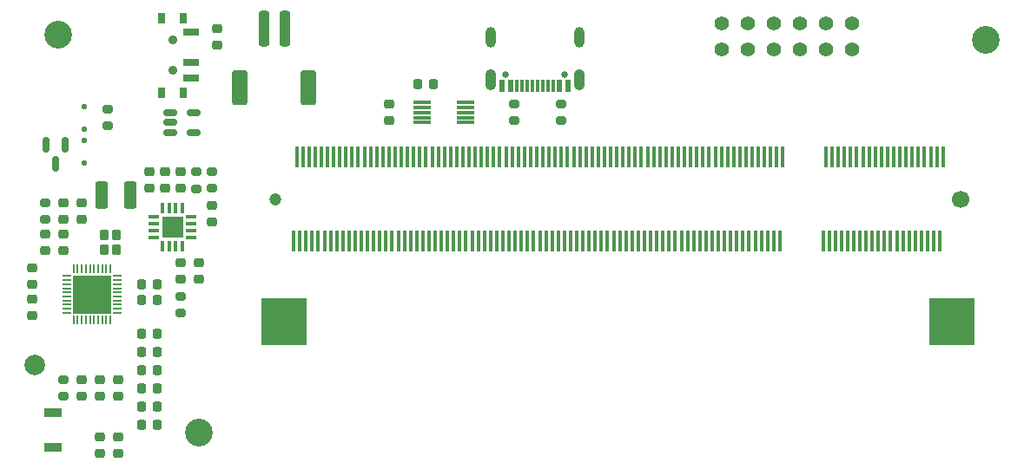
<source format=gbr>
%TF.GenerationSoftware,KiCad,Pcbnew,7.0.2*%
%TF.CreationDate,2023-06-20T04:38:37+02:00*%
%TF.ProjectId,SenseU_Mainboard,53656e73-6555-45f4-9d61-696e626f6172,rev?*%
%TF.SameCoordinates,Original*%
%TF.FileFunction,Soldermask,Top*%
%TF.FilePolarity,Negative*%
%FSLAX46Y46*%
G04 Gerber Fmt 4.6, Leading zero omitted, Abs format (unit mm)*
G04 Created by KiCad (PCBNEW 7.0.2) date 2023-06-20 04:38:37*
%MOMM*%
%LPD*%
G01*
G04 APERTURE LIST*
G04 Aperture macros list*
%AMRoundRect*
0 Rectangle with rounded corners*
0 $1 Rounding radius*
0 $2 $3 $4 $5 $6 $7 $8 $9 X,Y pos of 4 corners*
0 Add a 4 corners polygon primitive as box body*
4,1,4,$2,$3,$4,$5,$6,$7,$8,$9,$2,$3,0*
0 Add four circle primitives for the rounded corners*
1,1,$1+$1,$2,$3*
1,1,$1+$1,$4,$5*
1,1,$1+$1,$6,$7*
1,1,$1+$1,$8,$9*
0 Add four rect primitives between the rounded corners*
20,1,$1+$1,$2,$3,$4,$5,0*
20,1,$1+$1,$4,$5,$6,$7,0*
20,1,$1+$1,$6,$7,$8,$9,0*
20,1,$1+$1,$8,$9,$2,$3,0*%
G04 Aperture macros list end*
%ADD10RoundRect,0.225000X0.250000X-0.225000X0.250000X0.225000X-0.250000X0.225000X-0.250000X-0.225000X0*%
%ADD11RoundRect,0.218750X0.256250X-0.218750X0.256250X0.218750X-0.256250X0.218750X-0.256250X-0.218750X0*%
%ADD12RoundRect,0.225000X0.225000X0.250000X-0.225000X0.250000X-0.225000X-0.250000X0.225000X-0.250000X0*%
%ADD13RoundRect,0.200000X-0.275000X0.200000X-0.275000X-0.200000X0.275000X-0.200000X0.275000X0.200000X0*%
%ADD14RoundRect,0.225000X-0.250000X0.225000X-0.250000X-0.225000X0.250000X-0.225000X0.250000X0.225000X0*%
%ADD15C,0.900000*%
%ADD16R,1.500000X0.700000*%
%ADD17R,0.800000X1.000000*%
%ADD18R,1.700000X0.900000*%
%ADD19RoundRect,0.225000X-0.225000X-0.250000X0.225000X-0.250000X0.225000X0.250000X-0.225000X0.250000X0*%
%ADD20RoundRect,0.150000X-0.150000X0.587500X-0.150000X-0.587500X0.150000X-0.587500X0.150000X0.587500X0*%
%ADD21RoundRect,0.218750X-0.256250X0.218750X-0.256250X-0.218750X0.256250X-0.218750X0.256250X0.218750X0*%
%ADD22RoundRect,0.200000X0.275000X-0.200000X0.275000X0.200000X-0.275000X0.200000X-0.275000X-0.200000X0*%
%ADD23C,2.700000*%
%ADD24RoundRect,0.150000X-0.512500X-0.150000X0.512500X-0.150000X0.512500X0.150000X-0.512500X0.150000X0*%
%ADD25RoundRect,0.125000X-0.125000X0.125000X-0.125000X-0.125000X0.125000X-0.125000X0.125000X0.125000X0*%
%ADD26RoundRect,0.011200X0.783800X0.128800X-0.783800X0.128800X-0.783800X-0.128800X0.783800X-0.128800X0*%
%ADD27C,1.397000*%
%ADD28RoundRect,0.102000X-0.323000X0.373000X-0.323000X-0.373000X0.323000X-0.373000X0.323000X0.373000X0*%
%ADD29C,0.650000*%
%ADD30R,0.600000X1.150000*%
%ADD31R,0.300000X1.150000*%
%ADD32O,1.050000X2.100000*%
%ADD33O,1.000000X2.000000*%
%ADD34C,2.000000*%
%ADD35RoundRect,0.075000X-0.462500X-0.075000X0.462500X-0.075000X0.462500X0.075000X-0.462500X0.075000X0*%
%ADD36RoundRect,0.075000X-0.075000X-0.462500X0.075000X-0.462500X0.075000X0.462500X-0.075000X0.462500X0*%
%ADD37R,2.150000X2.150000*%
%ADD38RoundRect,0.250000X-0.250000X-1.500000X0.250000X-1.500000X0.250000X1.500000X-0.250000X1.500000X0*%
%ADD39RoundRect,0.250001X-0.499999X-1.449999X0.499999X-1.449999X0.499999X1.449999X-0.499999X1.449999X0*%
%ADD40RoundRect,0.250000X0.375000X1.075000X-0.375000X1.075000X-0.375000X-1.075000X0.375000X-1.075000X0*%
%ADD41C,1.200000*%
%ADD42C,1.700000*%
%ADD43R,0.350000X2.000000*%
%ADD44R,4.500000X4.600000*%
%ADD45RoundRect,0.050000X-0.337500X-0.050000X0.337500X-0.050000X0.337500X0.050000X-0.337500X0.050000X0*%
%ADD46RoundRect,0.050000X-0.050000X-0.337500X0.050000X-0.337500X0.050000X0.337500X-0.050000X0.337500X0*%
%ADD47R,3.800000X3.800000*%
G04 APERTURE END LIST*
D10*
%TO.C,C5*%
X132334000Y-104407000D03*
X132334000Y-102857000D03*
%TD*%
D11*
%TO.C,D4*%
X112014000Y-119913500D03*
X112014000Y-118338500D03*
%TD*%
D12*
%TO.C,C6*%
X136665000Y-100838000D03*
X135115000Y-100838000D03*
%TD*%
D13*
%TO.C,R5*%
X112014000Y-121603000D03*
X112014000Y-123253000D03*
%TD*%
D14*
%TO.C,C11*%
X104140000Y-129781000D03*
X104140000Y-131331000D03*
%TD*%
D15*
%TO.C,S1*%
X111252000Y-96544000D03*
X111252000Y-99544000D03*
D16*
X113002000Y-95794000D03*
X113002000Y-98794000D03*
X113002000Y-100294000D03*
D17*
X112302000Y-94394000D03*
X110202000Y-94394000D03*
X110202000Y-101694000D03*
X112302000Y-101694000D03*
%TD*%
D18*
%TO.C,RST1*%
X99568000Y-136320000D03*
X99568000Y-132920000D03*
%TD*%
D19*
%TO.C,C17*%
X108191000Y-120396000D03*
X109741000Y-120396000D03*
%TD*%
D20*
%TO.C,Q1*%
X100772000Y-106758500D03*
X98872000Y-106758500D03*
X99822000Y-108633500D03*
%TD*%
D21*
%TO.C,F1*%
X115570000Y-95478500D03*
X115570000Y-97053500D03*
%TD*%
D13*
%TO.C,R2*%
X144526000Y-102807000D03*
X144526000Y-104457000D03*
%TD*%
D19*
%TO.C,C19*%
X108191000Y-134112000D03*
X109741000Y-134112000D03*
%TD*%
D22*
%TO.C,R3*%
X104902000Y-104965000D03*
X104902000Y-103315000D03*
%TD*%
D11*
%TO.C,L3*%
X100584000Y-114071500D03*
X100584000Y-112496500D03*
%TD*%
D19*
%TO.C,C8*%
X108191000Y-127000000D03*
X109741000Y-127000000D03*
%TD*%
D23*
%TO.C,H2*%
X100076000Y-96012000D03*
%TD*%
D19*
%TO.C,C10*%
X108191000Y-125222000D03*
X109741000Y-125222000D03*
%TD*%
D11*
%TO.C,L2*%
X100584000Y-117119500D03*
X100584000Y-115544500D03*
%TD*%
D10*
%TO.C,C7*%
X98806000Y-117107000D03*
X98806000Y-115557000D03*
%TD*%
D14*
%TO.C,C1*%
X113792000Y-118351000D03*
X113792000Y-119901000D03*
%TD*%
D10*
%TO.C,C16*%
X102362000Y-114059000D03*
X102362000Y-112509000D03*
%TD*%
D13*
%TO.C,R1*%
X149098000Y-102807000D03*
X149098000Y-104457000D03*
%TD*%
D24*
%TO.C,U1*%
X111027500Y-103670500D03*
X111027500Y-104620500D03*
X111027500Y-105570500D03*
X113302500Y-105570500D03*
X113302500Y-103670500D03*
%TD*%
D25*
%TO.C,D1*%
X102616000Y-106342000D03*
X102616000Y-108542000D03*
%TD*%
D23*
%TO.C,H1*%
X113792000Y-134874000D03*
%TD*%
D26*
%TO.C,U3*%
X139783000Y-104632000D03*
X139783000Y-104132000D03*
X139783000Y-103632000D03*
X139783000Y-103132000D03*
X139783000Y-102632000D03*
X135553000Y-102632000D03*
X135553000Y-103132000D03*
X135553000Y-103632000D03*
X135553000Y-104132000D03*
X135553000Y-104632000D03*
%TD*%
D22*
%TO.C,R6*%
X113506000Y-111093000D03*
X113506000Y-109443000D03*
%TD*%
D14*
%TO.C,C2*%
X110490000Y-109461000D03*
X110490000Y-111011000D03*
%TD*%
D27*
%TO.C,J3*%
X177495200Y-94970600D03*
X174955200Y-94970600D03*
X172415200Y-94970600D03*
X169875200Y-94970600D03*
X167335200Y-94970600D03*
X164795200Y-94970600D03*
X177495200Y-97510600D03*
X174955200Y-97510600D03*
X172415200Y-97510600D03*
X169875200Y-97510600D03*
X167335200Y-97510600D03*
X164795200Y-97510600D03*
%TD*%
D19*
%TO.C,C14*%
X108191000Y-132334000D03*
X109741000Y-132334000D03*
%TD*%
D14*
%TO.C,C20*%
X105918000Y-129781000D03*
X105918000Y-131331000D03*
%TD*%
D28*
%TO.C,X1*%
X104581000Y-115607000D03*
X104581000Y-117057000D03*
X105731000Y-117057000D03*
X105731000Y-115607000D03*
%TD*%
D29*
%TO.C,J1*%
X149448000Y-99946000D03*
X143668000Y-99946000D03*
D30*
X149758000Y-101021000D03*
X148958000Y-101021000D03*
D31*
X147808000Y-101021000D03*
X146808000Y-101021000D03*
X146308000Y-101021000D03*
X145308000Y-101021000D03*
D30*
X143358000Y-101021000D03*
X144158000Y-101021000D03*
D31*
X144808000Y-101021000D03*
X145808000Y-101021000D03*
X147308000Y-101021000D03*
X148308000Y-101021000D03*
D32*
X150878000Y-100446000D03*
D33*
X150878000Y-96266000D03*
X142238000Y-96266000D03*
D32*
X142238000Y-100446000D03*
%TD*%
D19*
%TO.C,C12*%
X108191000Y-130556000D03*
X109741000Y-130556000D03*
%TD*%
D22*
%TO.C,R4*%
X115062000Y-111061000D03*
X115062000Y-109411000D03*
%TD*%
D21*
%TO.C,L4*%
X105918000Y-135356500D03*
X105918000Y-136931500D03*
%TD*%
D14*
%TO.C,C3*%
X112014000Y-109461000D03*
X112014000Y-111011000D03*
%TD*%
D34*
%TO.C,TP1*%
X97790000Y-128270000D03*
%TD*%
D35*
%TO.C,U2*%
X109382500Y-113865000D03*
X109382500Y-114515000D03*
X109382500Y-115165000D03*
X109382500Y-115815000D03*
D36*
X110245000Y-116677500D03*
X110895000Y-116677500D03*
X111545000Y-116677500D03*
X112195000Y-116677500D03*
D35*
X113057500Y-115815000D03*
X113057500Y-115165000D03*
X113057500Y-114515000D03*
X113057500Y-113865000D03*
D36*
X112195000Y-113002500D03*
X111545000Y-113002500D03*
X110895000Y-113002500D03*
X110245000Y-113002500D03*
D37*
X111220000Y-114840000D03*
%TD*%
D13*
%TO.C,R7*%
X98806000Y-112459000D03*
X98806000Y-114109000D03*
%TD*%
D38*
%TO.C,J2*%
X120158000Y-95448000D03*
X122158000Y-95448000D03*
D39*
X117808000Y-101198000D03*
X124508000Y-101198000D03*
%TD*%
D40*
%TO.C,L1*%
X107096000Y-111728000D03*
X104296000Y-111728000D03*
%TD*%
D21*
%TO.C,D3*%
X115062000Y-112750500D03*
X115062000Y-114325500D03*
%TD*%
%TO.C,F2*%
X97536000Y-118846500D03*
X97536000Y-120421500D03*
%TD*%
%TO.C,L5*%
X104140000Y-135356500D03*
X104140000Y-136931500D03*
%TD*%
D19*
%TO.C,C18*%
X108191000Y-121920000D03*
X109741000Y-121920000D03*
%TD*%
D10*
%TO.C,C4*%
X108966000Y-111011000D03*
X108966000Y-109461000D03*
%TD*%
D23*
%TO.C,H3*%
X190500000Y-96520000D03*
%TD*%
D19*
%TO.C,C13*%
X108191000Y-128778000D03*
X109741000Y-128778000D03*
%TD*%
D14*
%TO.C,C9*%
X102362000Y-129781000D03*
X102362000Y-131331000D03*
%TD*%
D41*
%TO.C,J4*%
X121286000Y-112105500D03*
D42*
X188086000Y-112105500D03*
D43*
X186336000Y-108005500D03*
X186036000Y-116205500D03*
X185736000Y-108005500D03*
X185436000Y-116205500D03*
X185136000Y-108005500D03*
X184836000Y-116205500D03*
X184536000Y-108005500D03*
X184236000Y-116205500D03*
X183936000Y-108005500D03*
X183636000Y-116205500D03*
X183336000Y-108005500D03*
X183036000Y-116205500D03*
X182736000Y-108005500D03*
X182436000Y-116205500D03*
X182136000Y-108005500D03*
X181836000Y-116205500D03*
X181536000Y-108005500D03*
X181236000Y-116205500D03*
X180936000Y-108005500D03*
X180636000Y-116205500D03*
X180336000Y-108005500D03*
X180036000Y-116205500D03*
X179736000Y-108005500D03*
X179436000Y-116205500D03*
X179136000Y-108005500D03*
X178836000Y-116205500D03*
X178536000Y-108005500D03*
X178236000Y-116205500D03*
X177936000Y-108005500D03*
X177636000Y-116205500D03*
X177336000Y-108005500D03*
X177036000Y-116205500D03*
X176736000Y-108005500D03*
X176436000Y-116205500D03*
X176136000Y-108005500D03*
X175836000Y-116205500D03*
X175536000Y-108005500D03*
X175236000Y-116205500D03*
X174936000Y-108005500D03*
X174636000Y-116205500D03*
X170736000Y-108005500D03*
X170436000Y-116205500D03*
X170136000Y-108005500D03*
X169836000Y-116205500D03*
X169536000Y-108005500D03*
X169236000Y-116205500D03*
X168936000Y-108005500D03*
X168636000Y-116205500D03*
X168336000Y-108005500D03*
X168036000Y-116205500D03*
X167736000Y-108005500D03*
X167436000Y-116205500D03*
X167136000Y-108005500D03*
X166836000Y-116205500D03*
X166536000Y-108005500D03*
X166236000Y-116205500D03*
X165936000Y-108005500D03*
X165636000Y-116205500D03*
X165336000Y-108005500D03*
X165036000Y-116205500D03*
X164736000Y-108005500D03*
X164436000Y-116205500D03*
X164136000Y-108005500D03*
X163836000Y-116205500D03*
X163536000Y-108005500D03*
X163236000Y-116205500D03*
X162936000Y-108005500D03*
X162636000Y-116205500D03*
X162336000Y-108005500D03*
X162036000Y-116205500D03*
X161736000Y-108005500D03*
X161436000Y-116205500D03*
X161136000Y-108005500D03*
X160836000Y-116205500D03*
X160536000Y-108005500D03*
X160236000Y-116205500D03*
X159936000Y-108005500D03*
X159636000Y-116205500D03*
X159336000Y-108005500D03*
X159036000Y-116205500D03*
X158736000Y-108005500D03*
X158436000Y-116205500D03*
X158136000Y-108005500D03*
X157836000Y-116205500D03*
X157536000Y-108005500D03*
X157236000Y-116205500D03*
X156936000Y-108005500D03*
X156636000Y-116205500D03*
X156336000Y-108005500D03*
X156036000Y-116205500D03*
X155736000Y-108005500D03*
X155436000Y-116205500D03*
X155136000Y-108005500D03*
X154836000Y-116205500D03*
X154536000Y-108005500D03*
X154236000Y-116205500D03*
X153936000Y-108005500D03*
X153636000Y-116205500D03*
X153336000Y-108005500D03*
X153036000Y-116205500D03*
X152736000Y-108005500D03*
X152436000Y-116205500D03*
X152136000Y-108005500D03*
X151836000Y-116205500D03*
X151536000Y-108005500D03*
X151236000Y-116205500D03*
X150936000Y-108005500D03*
X150636000Y-116205500D03*
X150336000Y-108005500D03*
X150036000Y-116205500D03*
X149736000Y-108005500D03*
X149436000Y-116205500D03*
X149136000Y-108005500D03*
X148836000Y-116205500D03*
X148536000Y-108005500D03*
X148236000Y-116205500D03*
X147936000Y-108005500D03*
X147636000Y-116205500D03*
X147336000Y-108005500D03*
X147036000Y-116205500D03*
X146736000Y-108005500D03*
X146436000Y-116205500D03*
X146136000Y-108005500D03*
X145836000Y-116205500D03*
X145536000Y-108005500D03*
X145236000Y-116205500D03*
X144936000Y-108005500D03*
X144636000Y-116205500D03*
X144336000Y-108005500D03*
X144036000Y-116205500D03*
X143736000Y-108005500D03*
X143436000Y-116205500D03*
X143136000Y-108005500D03*
X142836000Y-116205500D03*
X142536000Y-108005500D03*
X142236000Y-116205500D03*
X141936000Y-108005500D03*
X141636000Y-116205500D03*
X141336000Y-108005500D03*
X141036000Y-116205500D03*
X140736000Y-108005500D03*
X140436000Y-116205500D03*
X140136000Y-108005500D03*
X139836000Y-116205500D03*
X139536000Y-108005500D03*
X139236000Y-116205500D03*
X138936000Y-108005500D03*
X138636000Y-116205500D03*
X138336000Y-108005500D03*
X138036000Y-116205500D03*
X137736000Y-108005500D03*
X137436000Y-116205500D03*
X137136000Y-108005500D03*
X136836000Y-116205500D03*
X136536000Y-108005500D03*
X136236000Y-116205500D03*
X135936000Y-108005500D03*
X135636000Y-116205500D03*
X135336000Y-108005500D03*
X135036000Y-116205500D03*
X134736000Y-108005500D03*
X134436000Y-116205500D03*
X134136000Y-108005500D03*
X133836000Y-116205500D03*
X133536000Y-108005500D03*
X133236000Y-116205500D03*
X132936000Y-108005500D03*
X132636000Y-116205500D03*
X132336000Y-108005500D03*
X132036000Y-116205500D03*
X131736000Y-108005500D03*
X131436000Y-116205500D03*
X131136000Y-108005500D03*
X130836000Y-116205500D03*
X130536000Y-108005500D03*
X130236000Y-116205500D03*
X129936000Y-108005500D03*
X129636000Y-116205500D03*
X129336000Y-108005500D03*
X129036000Y-116205500D03*
X128736000Y-108005500D03*
X128436000Y-116205500D03*
X128136000Y-108005500D03*
X127836000Y-116205500D03*
X127536000Y-108005500D03*
X127236000Y-116205500D03*
X126936000Y-108005500D03*
X126636000Y-116205500D03*
X126336000Y-108005500D03*
X126036000Y-116205500D03*
X125736000Y-108005500D03*
X125436000Y-116205500D03*
X125136000Y-108005500D03*
X124836000Y-116205500D03*
X124536000Y-108005500D03*
X124236000Y-116205500D03*
X123936000Y-108005500D03*
X123636000Y-116205500D03*
X123336000Y-108005500D03*
X123036000Y-116205500D03*
D44*
X187236000Y-124105500D03*
X122136000Y-124105500D03*
%TD*%
D45*
%TO.C,U4*%
X100890500Y-119612000D03*
X100890500Y-120012000D03*
X100890500Y-120412000D03*
X100890500Y-120812000D03*
X100890500Y-121212000D03*
X100890500Y-121612000D03*
X100890500Y-122012000D03*
X100890500Y-122412000D03*
X100890500Y-122812000D03*
X100890500Y-123212000D03*
D46*
X101578000Y-123899500D03*
X101978000Y-123899500D03*
X102378000Y-123899500D03*
X102778000Y-123899500D03*
X103178000Y-123899500D03*
X103578000Y-123899500D03*
X103978000Y-123899500D03*
X104378000Y-123899500D03*
X104778000Y-123899500D03*
X105178000Y-123899500D03*
D45*
X105865500Y-123212000D03*
X105865500Y-122812000D03*
X105865500Y-122412000D03*
X105865500Y-122012000D03*
X105865500Y-121612000D03*
X105865500Y-121212000D03*
X105865500Y-120812000D03*
X105865500Y-120412000D03*
X105865500Y-120012000D03*
X105865500Y-119612000D03*
D46*
X105178000Y-118924500D03*
X104778000Y-118924500D03*
X104378000Y-118924500D03*
X103978000Y-118924500D03*
X103578000Y-118924500D03*
X103178000Y-118924500D03*
X102778000Y-118924500D03*
X102378000Y-118924500D03*
X101978000Y-118924500D03*
X101578000Y-118924500D03*
D47*
X103378000Y-121412000D03*
%TD*%
D13*
%TO.C,R8*%
X100584000Y-129731000D03*
X100584000Y-131381000D03*
%TD*%
D25*
%TO.C,D2*%
X102616000Y-103040000D03*
X102616000Y-105240000D03*
%TD*%
D14*
%TO.C,C15*%
X97536000Y-121907000D03*
X97536000Y-123457000D03*
%TD*%
M02*

</source>
